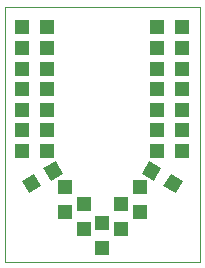
<source format=gtp>
G75*
%MOIN*%
%OFA0B0*%
%FSLAX24Y24*%
%IPPOS*%
%LPD*%
%AMOC8*
5,1,8,0,0,1.08239X$1,22.5*
%
%ADD10C,0.0000*%
%ADD11R,0.0472X0.0472*%
%ADD12R,0.0472X0.0472*%
D10*
X002392Y002517D02*
X002392Y011017D01*
X008892Y011017D01*
X008892Y002517D01*
X002392Y002517D01*
D11*
X004392Y004166D03*
X005017Y004430D03*
X004392Y004993D03*
X003805Y006204D03*
X003805Y006892D03*
X003805Y007579D03*
X003805Y008267D03*
X003805Y008954D03*
X003805Y009642D03*
X003805Y010329D03*
X002978Y010329D03*
X002978Y009642D03*
X002978Y008954D03*
X002978Y008267D03*
X002978Y007579D03*
X002978Y006892D03*
X002978Y006204D03*
X005017Y003603D03*
X005642Y003805D03*
X006267Y003603D03*
X006892Y004166D03*
X006267Y004430D03*
X006892Y004993D03*
X007478Y006204D03*
X007478Y006892D03*
X007478Y007579D03*
X007478Y008267D03*
X007478Y008954D03*
X007478Y009642D03*
X007478Y010329D03*
X008305Y010329D03*
X008305Y009642D03*
X008305Y008954D03*
X008305Y008267D03*
X008305Y007579D03*
X008305Y006892D03*
X008305Y006204D03*
X005642Y002978D03*
D12*
G36*
X007606Y005622D02*
X007370Y005214D01*
X006962Y005450D01*
X007198Y005858D01*
X007606Y005622D01*
G37*
G36*
X008322Y005208D02*
X008086Y004800D01*
X007678Y005036D01*
X007914Y005444D01*
X008322Y005208D01*
G37*
G36*
X003914Y005214D02*
X003678Y005622D01*
X004086Y005858D01*
X004322Y005450D01*
X003914Y005214D01*
G37*
G36*
X003198Y004800D02*
X002962Y005208D01*
X003370Y005444D01*
X003606Y005036D01*
X003198Y004800D01*
G37*
M02*

</source>
